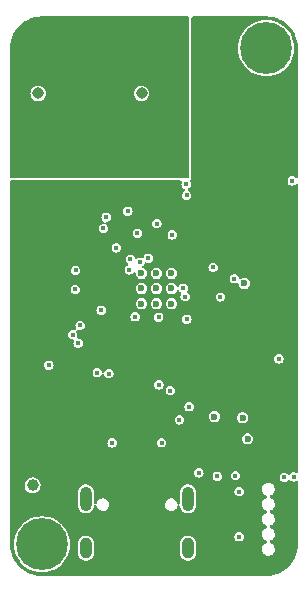
<source format=gbr>
%TF.GenerationSoftware,KiCad,Pcbnew,7.0.2*%
%TF.CreationDate,2023-10-19T19:02:44-04:00*%
%TF.ProjectId,XBee_Joint,58426565-5f4a-46f6-996e-742e6b696361,rev?*%
%TF.SameCoordinates,Original*%
%TF.FileFunction,Copper,L2,Inr*%
%TF.FilePolarity,Positive*%
%FSLAX46Y46*%
G04 Gerber Fmt 4.6, Leading zero omitted, Abs format (unit mm)*
G04 Created by KiCad (PCBNEW 7.0.2) date 2023-10-19 19:02:44*
%MOMM*%
%LPD*%
G01*
G04 APERTURE LIST*
%TA.AperFunction,ComponentPad*%
%ADD10C,4.400000*%
%TD*%
%TA.AperFunction,ComponentPad*%
%ADD11O,1.000000X1.800000*%
%TD*%
%TA.AperFunction,ComponentPad*%
%ADD12O,1.000000X2.100000*%
%TD*%
%TA.AperFunction,ComponentPad*%
%ADD13C,0.600000*%
%TD*%
%TA.AperFunction,ComponentPad*%
%ADD14C,0.970000*%
%TD*%
%TA.AperFunction,ViaPad*%
%ADD15C,0.450000*%
%TD*%
%TA.AperFunction,ViaPad*%
%ADD16C,1.000000*%
%TD*%
%TA.AperFunction,ViaPad*%
%ADD17C,0.600000*%
%TD*%
G04 APERTURE END LIST*
D10*
%TO.N,N/C*%
%TO.C,H2*%
X88290000Y-104970000D03*
%TD*%
%TO.N,N/C*%
%TO.C,H1*%
X69290000Y-146970000D03*
%TD*%
D11*
%TO.N,GND*%
%TO.C,J2*%
X73020000Y-147295000D03*
D12*
X81660000Y-143115000D03*
D11*
X81660000Y-147295000D03*
D12*
X73020000Y-143115000D03*
%TD*%
D13*
%TO.N,GND*%
%TO.C,U1*%
X80260000Y-126585000D03*
X78985000Y-126585000D03*
X77710000Y-126585000D03*
X80260000Y-125310000D03*
X78985000Y-125310000D03*
X77710000Y-125310000D03*
X80260000Y-124035000D03*
X78985000Y-124035000D03*
X77710000Y-124035000D03*
%TD*%
D14*
%TO.N,N/C*%
%TO.C,AE1*%
X77730000Y-108800000D03*
X68970000Y-108800000D03*
%TD*%
D15*
%TO.N,+3V3*%
X75450000Y-118690000D03*
D16*
%TO.N,GND*%
X68500000Y-141980000D03*
D15*
X89358500Y-131270000D03*
X81160000Y-102840000D03*
X81210000Y-103870000D03*
X81260000Y-104990000D03*
X81290000Y-106130000D03*
X81270000Y-107270000D03*
X81270000Y-108640000D03*
X81320000Y-110060000D03*
X81260000Y-111500000D03*
X81240000Y-112880000D03*
X81270000Y-114310000D03*
X81300000Y-115580000D03*
X80110000Y-115630000D03*
X78780000Y-115630000D03*
X77410000Y-115480000D03*
X75970000Y-115670000D03*
X74470000Y-115690000D03*
X72850000Y-115650000D03*
X71180000Y-115650000D03*
X69410000Y-115670000D03*
X68160000Y-115650000D03*
X66930000Y-115630000D03*
X71610000Y-102570000D03*
X71520000Y-103550000D03*
X71520000Y-104450000D03*
X71530000Y-105290000D03*
X71550000Y-106160000D03*
X71570000Y-107020000D03*
X71580000Y-107930000D03*
X72340000Y-108480000D03*
X72410000Y-109370000D03*
X71990000Y-110120000D03*
X71830000Y-111080000D03*
X71830000Y-112070000D03*
X71830000Y-113110000D03*
X71940000Y-114120000D03*
X72560000Y-114590000D03*
X73550000Y-114550000D03*
X74290000Y-114040000D03*
X74360000Y-113000000D03*
X74360000Y-112020000D03*
X74330000Y-111070000D03*
X74330000Y-110080000D03*
X74220000Y-109260000D03*
X74230000Y-108460000D03*
X75130000Y-107790000D03*
X75120000Y-106930000D03*
X75120000Y-106080000D03*
X75110000Y-105230000D03*
X75120000Y-104400000D03*
X75110000Y-103560000D03*
X75030000Y-102610000D03*
X69880000Y-131790000D03*
%TO.N,+3V3*%
X68270000Y-131660000D03*
D16*
X72080000Y-131400000D03*
X70870000Y-141670000D03*
D15*
%TO.N,GND*%
X85680000Y-141160000D03*
X84140000Y-141210000D03*
X82580000Y-140930000D03*
X85990000Y-146330000D03*
X85990000Y-142500000D03*
%TO.N,/RP_SWD*%
X90600000Y-141260000D03*
%TO.N,/RP_SWCLK*%
X89810000Y-141300000D03*
%TO.N,+1V1*%
X77380000Y-120630000D03*
%TO.N,GND*%
X76570000Y-118760000D03*
X79030000Y-119820000D03*
X81500000Y-116470000D03*
X81540000Y-117420000D03*
X90487200Y-116202800D03*
X84400000Y-126030000D03*
%TO.N,+3V3*%
X83760000Y-125300000D03*
X85890000Y-125580000D03*
X83780000Y-128570000D03*
%TO.N,GND*%
X80930000Y-136440000D03*
D17*
%TO.N,VBUS*%
X86720000Y-138040000D03*
X86300000Y-136250000D03*
D15*
%TO.N,GND*%
X79190000Y-133470000D03*
X80160000Y-133960000D03*
X81760000Y-135320000D03*
%TO.N,+3V3*%
X82850000Y-135430000D03*
D17*
%TO.N,GND*%
X83890000Y-136150000D03*
X86420000Y-124880000D03*
D15*
X80330000Y-120770000D03*
%TO.N,+3V3*%
X72390000Y-120330000D03*
%TO.N,GND*%
X74720000Y-119280000D03*
X74490000Y-120220000D03*
%TO.N,Net-(U1-RUN)*%
X75590000Y-121880000D03*
X76790000Y-122830000D03*
%TO.N,/RP_SWD*%
X77570000Y-123090000D03*
%TO.N,/RP_SWCLK*%
X78280000Y-122740000D03*
%TO.N,+1V1*%
X79180000Y-127730000D03*
X77180000Y-127700000D03*
%TO.N,+3V3*%
X73400000Y-130550000D03*
%TO.N,GND*%
X74960000Y-132520000D03*
X73980000Y-132440000D03*
%TO.N,+3V3*%
X73860000Y-131490000D03*
%TO.N,GND*%
X72350000Y-129930000D03*
X72520000Y-128430000D03*
%TO.N,+3V3*%
X73340000Y-127500000D03*
X73290000Y-126180000D03*
%TO.N,GND*%
X85580000Y-124480000D03*
%TO.N,/DRF_DIO1*%
X81421500Y-125990000D03*
%TO.N,/DRF_BUSY*%
X81250000Y-125280000D03*
%TO.N,/DRF_SW*%
X83780000Y-123520000D03*
%TO.N,/DRF_TXEN*%
X81565483Y-127915483D03*
%TO.N,GND*%
X74300000Y-127150000D03*
%TO.N,/DRF_MISO*%
X71900000Y-129220000D03*
%TO.N,/DRF_MOSI*%
X72115000Y-125395000D03*
%TO.N,/DRF_CS*%
X76690000Y-123740000D03*
%TO.N,/DRF_CLK*%
X72140000Y-123770000D03*
%TO.N,GND*%
X79430000Y-138370000D03*
X75230000Y-138390000D03*
%TO.N,+3V3*%
X80950000Y-132765000D03*
%TD*%
%TA.AperFunction,Conductor*%
%TO.N,+3V3*%
G36*
X88293472Y-102270695D02*
G01*
X88585306Y-102287084D01*
X88599103Y-102288638D01*
X88883827Y-102337015D01*
X88897384Y-102340109D01*
X89174899Y-102420060D01*
X89188025Y-102424653D01*
X89454841Y-102535172D01*
X89467355Y-102541198D01*
X89601845Y-102615528D01*
X89720125Y-102680899D01*
X89731899Y-102688297D01*
X89967430Y-102855415D01*
X89978302Y-102864085D01*
X90030672Y-102910886D01*
X90193642Y-103056524D01*
X90203473Y-103066355D01*
X90220422Y-103085321D01*
X90395914Y-103281697D01*
X90404584Y-103292569D01*
X90571702Y-103528100D01*
X90579100Y-103539874D01*
X90718797Y-103792637D01*
X90724830Y-103805165D01*
X90835346Y-104071975D01*
X90839939Y-104085100D01*
X90919890Y-104362615D01*
X90922984Y-104376172D01*
X90971359Y-104660885D01*
X90972916Y-104674703D01*
X90989305Y-104966527D01*
X90989500Y-104973480D01*
X90989500Y-115846415D01*
X90969815Y-115913454D01*
X90917011Y-115959209D01*
X90847853Y-115969153D01*
X90784297Y-115940128D01*
X90777819Y-115934096D01*
X90722568Y-115878845D01*
X90610938Y-115821967D01*
X90487200Y-115802369D01*
X90363461Y-115821967D01*
X90251831Y-115878845D01*
X90163245Y-115967431D01*
X90106367Y-116079061D01*
X90086769Y-116202800D01*
X90106367Y-116326538D01*
X90163245Y-116438168D01*
X90251831Y-116526754D01*
X90251833Y-116526755D01*
X90363460Y-116583632D01*
X90487200Y-116603230D01*
X90610940Y-116583632D01*
X90722567Y-116526755D01*
X90722568Y-116526753D01*
X90777819Y-116471504D01*
X90839142Y-116438019D01*
X90908834Y-116443003D01*
X90964767Y-116484875D01*
X90989184Y-116550339D01*
X90989500Y-116559185D01*
X90989500Y-140812229D01*
X90969815Y-140879268D01*
X90917011Y-140925023D01*
X90847853Y-140934967D01*
X90809206Y-140922714D01*
X90723740Y-140879167D01*
X90600000Y-140859569D01*
X90476261Y-140879167D01*
X90364631Y-140936045D01*
X90272681Y-141027996D01*
X90211358Y-141061481D01*
X90141666Y-141056497D01*
X90097319Y-141027996D01*
X90045368Y-140976045D01*
X89933738Y-140919167D01*
X89810000Y-140899569D01*
X89686261Y-140919167D01*
X89574631Y-140976045D01*
X89486045Y-141064631D01*
X89429167Y-141176261D01*
X89409569Y-141299999D01*
X89429167Y-141423738D01*
X89486045Y-141535368D01*
X89574631Y-141623954D01*
X89574633Y-141623955D01*
X89686260Y-141680832D01*
X89810000Y-141700430D01*
X89933740Y-141680832D01*
X90045367Y-141623955D01*
X90085368Y-141583954D01*
X90137319Y-141532004D01*
X90198642Y-141498519D01*
X90268334Y-141503503D01*
X90312681Y-141532004D01*
X90364631Y-141583954D01*
X90364633Y-141583955D01*
X90476260Y-141640832D01*
X90600000Y-141660430D01*
X90723740Y-141640832D01*
X90809205Y-141597284D01*
X90877874Y-141584389D01*
X90942615Y-141610665D01*
X90982872Y-141667772D01*
X90989500Y-141707770D01*
X90989500Y-146966519D01*
X90989305Y-146973472D01*
X90972916Y-147265296D01*
X90971359Y-147279114D01*
X90922984Y-147563827D01*
X90919890Y-147577384D01*
X90839939Y-147854899D01*
X90835346Y-147868024D01*
X90724830Y-148134834D01*
X90718797Y-148147362D01*
X90579100Y-148400125D01*
X90571702Y-148411899D01*
X90404584Y-148647430D01*
X90395914Y-148658302D01*
X90203475Y-148873642D01*
X90193642Y-148883475D01*
X89978302Y-149075914D01*
X89967430Y-149084584D01*
X89731899Y-149251702D01*
X89720125Y-149259100D01*
X89467362Y-149398797D01*
X89454834Y-149404830D01*
X89188024Y-149515346D01*
X89174899Y-149519939D01*
X88897384Y-149599890D01*
X88883827Y-149602984D01*
X88599114Y-149651359D01*
X88585296Y-149652916D01*
X88293472Y-149669305D01*
X88286519Y-149669500D01*
X69293481Y-149669500D01*
X69286528Y-149669305D01*
X68994703Y-149652916D01*
X68980885Y-149651359D01*
X68696172Y-149602984D01*
X68682615Y-149599890D01*
X68405100Y-149519939D01*
X68391975Y-149515346D01*
X68125165Y-149404830D01*
X68112637Y-149398797D01*
X67859874Y-149259100D01*
X67848100Y-149251702D01*
X67612569Y-149084584D01*
X67601697Y-149075914D01*
X67386357Y-148883475D01*
X67376524Y-148873642D01*
X67361596Y-148856938D01*
X67184085Y-148658302D01*
X67175415Y-148647430D01*
X67008297Y-148411899D01*
X67000899Y-148400125D01*
X66960226Y-148326533D01*
X66861198Y-148147355D01*
X66855172Y-148134841D01*
X66753619Y-147889670D01*
X66744653Y-147868024D01*
X66740060Y-147854899D01*
X66660109Y-147577384D01*
X66657015Y-147563827D01*
X66644991Y-147493057D01*
X66608638Y-147279103D01*
X66607084Y-147265306D01*
X66590695Y-146973472D01*
X66590598Y-146970000D01*
X66914414Y-146970000D01*
X66934737Y-147280076D01*
X66935527Y-147284047D01*
X66935528Y-147284055D01*
X66994567Y-147580863D01*
X66994569Y-147580870D01*
X66995360Y-147584847D01*
X66996660Y-147588678D01*
X66996664Y-147588691D01*
X67086990Y-147854780D01*
X67095245Y-147879097D01*
X67097038Y-147882733D01*
X67097041Y-147882740D01*
X67230886Y-148154153D01*
X67230892Y-148154164D01*
X67232682Y-148157793D01*
X67234933Y-148161162D01*
X67234936Y-148161167D01*
X67403061Y-148412783D01*
X67405321Y-148416165D01*
X67407996Y-148419215D01*
X67408002Y-148419223D01*
X67452929Y-148470452D01*
X67610207Y-148649793D01*
X67613255Y-148652466D01*
X67840776Y-148851997D01*
X67840782Y-148852001D01*
X67843835Y-148854679D01*
X68102207Y-149027318D01*
X68105840Y-149029109D01*
X68105846Y-149029113D01*
X68377259Y-149162958D01*
X68380903Y-149164755D01*
X68592195Y-149236479D01*
X68671308Y-149263335D01*
X68671310Y-149263335D01*
X68675153Y-149264640D01*
X68979924Y-149325263D01*
X69290000Y-149345586D01*
X69600076Y-149325263D01*
X69904847Y-149264640D01*
X70199097Y-149164755D01*
X70477793Y-149027318D01*
X70736165Y-148854679D01*
X70969793Y-148649793D01*
X71174679Y-148416165D01*
X71347318Y-148157793D01*
X71484755Y-147879097D01*
X71533480Y-147735560D01*
X72349500Y-147735560D01*
X72349950Y-147739268D01*
X72349951Y-147739280D01*
X72364202Y-147856640D01*
X72421941Y-148008886D01*
X72514437Y-148142891D01*
X72636312Y-148250862D01*
X72636313Y-148250862D01*
X72636315Y-148250864D01*
X72780491Y-148326533D01*
X72938587Y-148365500D01*
X72938588Y-148365500D01*
X73101412Y-148365500D01*
X73101413Y-148365500D01*
X73259509Y-148326533D01*
X73403685Y-148250864D01*
X73484936Y-148178881D01*
X73525562Y-148142891D01*
X73526682Y-148141269D01*
X73618059Y-148008886D01*
X73675798Y-147856640D01*
X73690500Y-147735560D01*
X80989500Y-147735560D01*
X80989950Y-147739268D01*
X80989951Y-147739280D01*
X81004202Y-147856640D01*
X81061941Y-148008886D01*
X81154437Y-148142891D01*
X81276312Y-148250862D01*
X81276313Y-148250862D01*
X81276315Y-148250864D01*
X81420491Y-148326533D01*
X81578587Y-148365500D01*
X81578588Y-148365500D01*
X81741412Y-148365500D01*
X81741413Y-148365500D01*
X81899509Y-148326533D01*
X82043685Y-148250864D01*
X82124936Y-148178881D01*
X82165562Y-148142891D01*
X82166682Y-148141269D01*
X82258059Y-148008886D01*
X82315798Y-147856640D01*
X82330500Y-147735560D01*
X82330500Y-147417922D01*
X87900118Y-147417922D01*
X87930907Y-147566083D01*
X87930907Y-147566084D01*
X87930908Y-147566085D01*
X88000529Y-147700447D01*
X88036797Y-147739280D01*
X88103821Y-147811045D01*
X88127434Y-147825404D01*
X88233118Y-147889672D01*
X88378835Y-147930500D01*
X88378837Y-147930500D01*
X88487921Y-147930500D01*
X88492158Y-147930500D01*
X88604420Y-147915070D01*
X88743220Y-147854780D01*
X88860608Y-147759278D01*
X88947877Y-147635647D01*
X88998554Y-147493056D01*
X89008881Y-147342079D01*
X88996823Y-147284055D01*
X88978092Y-147193916D01*
X88978092Y-147193915D01*
X88908471Y-147059553D01*
X88805180Y-146948956D01*
X88805179Y-146948955D01*
X88805178Y-146948954D01*
X88718981Y-146896537D01*
X88675882Y-146870328D01*
X88653157Y-146863960D01*
X88593916Y-146826920D01*
X88564105Y-146763729D01*
X88573189Y-146694453D01*
X88618285Y-146641085D01*
X88637209Y-146630827D01*
X88743220Y-146584780D01*
X88860608Y-146489278D01*
X88947877Y-146365647D01*
X88998554Y-146223056D01*
X89008881Y-146072079D01*
X89005801Y-146057259D01*
X88978092Y-145923916D01*
X88978092Y-145923915D01*
X88908471Y-145789553D01*
X88805180Y-145678956D01*
X88805179Y-145678955D01*
X88805178Y-145678954D01*
X88718981Y-145626537D01*
X88675882Y-145600328D01*
X88653157Y-145593960D01*
X88593916Y-145556920D01*
X88564105Y-145493729D01*
X88573189Y-145424453D01*
X88618285Y-145371085D01*
X88637209Y-145360827D01*
X88743220Y-145314780D01*
X88860608Y-145219278D01*
X88947877Y-145095647D01*
X88998554Y-144953056D01*
X89008881Y-144802079D01*
X89003033Y-144773939D01*
X88982548Y-144675360D01*
X88978092Y-144653915D01*
X88908471Y-144519553D01*
X88805180Y-144408956D01*
X88805179Y-144408955D01*
X88805178Y-144408954D01*
X88718981Y-144356537D01*
X88675882Y-144330328D01*
X88653157Y-144323960D01*
X88593916Y-144286920D01*
X88564105Y-144223729D01*
X88573189Y-144154453D01*
X88618285Y-144101085D01*
X88637209Y-144090827D01*
X88743220Y-144044780D01*
X88860608Y-143949278D01*
X88947877Y-143825647D01*
X88998554Y-143683056D01*
X89008881Y-143532079D01*
X89003686Y-143507081D01*
X88978092Y-143383916D01*
X88978092Y-143383915D01*
X88908471Y-143249553D01*
X88805180Y-143138956D01*
X88805179Y-143138955D01*
X88805178Y-143138954D01*
X88718981Y-143086537D01*
X88675882Y-143060328D01*
X88653157Y-143053960D01*
X88593916Y-143016920D01*
X88564105Y-142953729D01*
X88573189Y-142884453D01*
X88618285Y-142831085D01*
X88637209Y-142820827D01*
X88743220Y-142774780D01*
X88860608Y-142679278D01*
X88947877Y-142555647D01*
X88960291Y-142520719D01*
X88972600Y-142486083D01*
X88998554Y-142413056D01*
X89008881Y-142262079D01*
X89006602Y-142251114D01*
X88983853Y-142141640D01*
X88978092Y-142113915D01*
X88908471Y-141979553D01*
X88805180Y-141868956D01*
X88805179Y-141868955D01*
X88805178Y-141868954D01*
X88718981Y-141816537D01*
X88675882Y-141790328D01*
X88530165Y-141749500D01*
X88416842Y-141749500D01*
X88412658Y-141750075D01*
X88412644Y-141750076D01*
X88304579Y-141764930D01*
X88165780Y-141825219D01*
X88048392Y-141920721D01*
X87961121Y-142044354D01*
X87910446Y-142186942D01*
X87900118Y-142337922D01*
X87930907Y-142486083D01*
X87930907Y-142486084D01*
X87930908Y-142486085D01*
X88000529Y-142620447D01*
X88028597Y-142650500D01*
X88103821Y-142731045D01*
X88168468Y-142770358D01*
X88233118Y-142809672D01*
X88255840Y-142816038D01*
X88315081Y-142853078D01*
X88344894Y-142916268D01*
X88335811Y-142985544D01*
X88290716Y-143038913D01*
X88271788Y-143049173D01*
X88165779Y-143095220D01*
X88048392Y-143190721D01*
X87961121Y-143314354D01*
X87910446Y-143456942D01*
X87900118Y-143607922D01*
X87930907Y-143756083D01*
X87930907Y-143756084D01*
X87930908Y-143756085D01*
X88000529Y-143890447D01*
X88028966Y-143920895D01*
X88103821Y-144001045D01*
X88168468Y-144040357D01*
X88233118Y-144079672D01*
X88255840Y-144086038D01*
X88315081Y-144123078D01*
X88344894Y-144186268D01*
X88335811Y-144255544D01*
X88290716Y-144308913D01*
X88271788Y-144319173D01*
X88165779Y-144365220D01*
X88048392Y-144460721D01*
X87961121Y-144584354D01*
X87910446Y-144726942D01*
X87900118Y-144877922D01*
X87930907Y-145026083D01*
X87930907Y-145026084D01*
X87930908Y-145026085D01*
X88000529Y-145160447D01*
X88055474Y-145219278D01*
X88103821Y-145271045D01*
X88130935Y-145287533D01*
X88233118Y-145349672D01*
X88255840Y-145356038D01*
X88315081Y-145393078D01*
X88344894Y-145456268D01*
X88335811Y-145525544D01*
X88290716Y-145578913D01*
X88271788Y-145589173D01*
X88165779Y-145635220D01*
X88048392Y-145730721D01*
X87961121Y-145854354D01*
X87910446Y-145996942D01*
X87900118Y-146147922D01*
X87930907Y-146296083D01*
X87930907Y-146296084D01*
X87930908Y-146296085D01*
X88000529Y-146430447D01*
X88055474Y-146489278D01*
X88103821Y-146541045D01*
X88143817Y-146565367D01*
X88233118Y-146619672D01*
X88255840Y-146626038D01*
X88315081Y-146663078D01*
X88344894Y-146726268D01*
X88335811Y-146795544D01*
X88290716Y-146848913D01*
X88271788Y-146859173D01*
X88165779Y-146905220D01*
X88048392Y-147000721D01*
X87961121Y-147124354D01*
X87910446Y-147266942D01*
X87900118Y-147417922D01*
X82330500Y-147417922D01*
X82330500Y-146854440D01*
X82315798Y-146733360D01*
X82258059Y-146581114D01*
X82216550Y-146520977D01*
X82165562Y-146447108D01*
X82043687Y-146339137D01*
X82026278Y-146330000D01*
X85589569Y-146330000D01*
X85609167Y-146453738D01*
X85666045Y-146565368D01*
X85754631Y-146653954D01*
X85754633Y-146653955D01*
X85866260Y-146710832D01*
X85928129Y-146720630D01*
X85989999Y-146730430D01*
X85989999Y-146730429D01*
X85990000Y-146730430D01*
X86113740Y-146710832D01*
X86225367Y-146653955D01*
X86313955Y-146565367D01*
X86370832Y-146453740D01*
X86390430Y-146330000D01*
X86370832Y-146206260D01*
X86313955Y-146094633D01*
X86313954Y-146094631D01*
X86225368Y-146006045D01*
X86113738Y-145949167D01*
X85989999Y-145929569D01*
X85866261Y-145949167D01*
X85754631Y-146006045D01*
X85666045Y-146094631D01*
X85609167Y-146206261D01*
X85589569Y-146330000D01*
X82026278Y-146330000D01*
X81899507Y-146263466D01*
X81793124Y-146237245D01*
X81741413Y-146224500D01*
X81578587Y-146224500D01*
X81539621Y-146234104D01*
X81420492Y-146263466D01*
X81276312Y-146339137D01*
X81154437Y-146447108D01*
X81061941Y-146581113D01*
X81004202Y-146733359D01*
X80989951Y-146850719D01*
X80989950Y-146850732D01*
X80989500Y-146854440D01*
X80989500Y-147735560D01*
X73690500Y-147735560D01*
X73690500Y-146854440D01*
X73675798Y-146733360D01*
X73618059Y-146581114D01*
X73576549Y-146520977D01*
X73525562Y-146447108D01*
X73403687Y-146339137D01*
X73259507Y-146263466D01*
X73153124Y-146237245D01*
X73101413Y-146224500D01*
X72938587Y-146224500D01*
X72899621Y-146234104D01*
X72780492Y-146263466D01*
X72636312Y-146339137D01*
X72514437Y-146447108D01*
X72421941Y-146581113D01*
X72364202Y-146733359D01*
X72349951Y-146850719D01*
X72349950Y-146850732D01*
X72349500Y-146854440D01*
X72349500Y-147735560D01*
X71533480Y-147735560D01*
X71584640Y-147584847D01*
X71645263Y-147280076D01*
X71665586Y-146970000D01*
X71645263Y-146659924D01*
X71584640Y-146355153D01*
X71484755Y-146060903D01*
X71417201Y-145923916D01*
X71349113Y-145785846D01*
X71349109Y-145785840D01*
X71347318Y-145782207D01*
X71174679Y-145523835D01*
X71172001Y-145520782D01*
X71171997Y-145520776D01*
X70972466Y-145293255D01*
X70969793Y-145290207D01*
X70888914Y-145219278D01*
X70739223Y-145088002D01*
X70739215Y-145087996D01*
X70736165Y-145085321D01*
X70732783Y-145083061D01*
X70481167Y-144914936D01*
X70481162Y-144914933D01*
X70477793Y-144912682D01*
X70474164Y-144910892D01*
X70474153Y-144910886D01*
X70202740Y-144777041D01*
X70202733Y-144777038D01*
X70199097Y-144775245D01*
X70195250Y-144773939D01*
X69908691Y-144676664D01*
X69908678Y-144676660D01*
X69904847Y-144675360D01*
X69900870Y-144674569D01*
X69900863Y-144674567D01*
X69604055Y-144615528D01*
X69604047Y-144615527D01*
X69600076Y-144614737D01*
X69290000Y-144594414D01*
X69285957Y-144594679D01*
X68983966Y-144614472D01*
X68983964Y-144614472D01*
X68979924Y-144614737D01*
X68975954Y-144615526D01*
X68975944Y-144615528D01*
X68679136Y-144674567D01*
X68679125Y-144674569D01*
X68675153Y-144675360D01*
X68671324Y-144676659D01*
X68671308Y-144676664D01*
X68384749Y-144773939D01*
X68384742Y-144773941D01*
X68380903Y-144775245D01*
X68377271Y-144777035D01*
X68377259Y-144777041D01*
X68105846Y-144910886D01*
X68105828Y-144910895D01*
X68102207Y-144912682D01*
X68098844Y-144914928D01*
X68098832Y-144914936D01*
X67847216Y-145083061D01*
X67847207Y-145083067D01*
X67843835Y-145085321D01*
X67840791Y-145087990D01*
X67840776Y-145088002D01*
X67613255Y-145287533D01*
X67613247Y-145287540D01*
X67610207Y-145290207D01*
X67607540Y-145293247D01*
X67607533Y-145293255D01*
X67408002Y-145520776D01*
X67407990Y-145520791D01*
X67405321Y-145523835D01*
X67403067Y-145527207D01*
X67403061Y-145527216D01*
X67234936Y-145778832D01*
X67234928Y-145778844D01*
X67232682Y-145782207D01*
X67230895Y-145785828D01*
X67230886Y-145785846D01*
X67097041Y-146057259D01*
X67097035Y-146057271D01*
X67095245Y-146060903D01*
X67093941Y-146064742D01*
X67093939Y-146064749D01*
X66996664Y-146351308D01*
X66996659Y-146351324D01*
X66995360Y-146355153D01*
X66994569Y-146359125D01*
X66994567Y-146359136D01*
X66935528Y-146655944D01*
X66935526Y-146655954D01*
X66934737Y-146659924D01*
X66914414Y-146970000D01*
X66590598Y-146970000D01*
X66590500Y-146966519D01*
X66590500Y-146871051D01*
X66590499Y-146871042D01*
X66590499Y-143705560D01*
X72349500Y-143705560D01*
X72349950Y-143709268D01*
X72349951Y-143709280D01*
X72364202Y-143826640D01*
X72421941Y-143978886D01*
X72514437Y-144112891D01*
X72636312Y-144220862D01*
X72636313Y-144220862D01*
X72636315Y-144220864D01*
X72780491Y-144296533D01*
X72938587Y-144335500D01*
X72938588Y-144335500D01*
X73101412Y-144335500D01*
X73101413Y-144335500D01*
X73259509Y-144296533D01*
X73403685Y-144220864D01*
X73511023Y-144125771D01*
X73525562Y-144112891D01*
X73525563Y-144112890D01*
X73618059Y-143978886D01*
X73675798Y-143826640D01*
X73688638Y-143720888D01*
X73716260Y-143656712D01*
X73774194Y-143617655D01*
X73844047Y-143616120D01*
X73903640Y-143652594D01*
X73933140Y-143710607D01*
X73942591Y-143756085D01*
X73950186Y-143792634D01*
X73967291Y-143825645D01*
X74016646Y-143920896D01*
X74115244Y-144026469D01*
X74238670Y-144101526D01*
X74377772Y-144140500D01*
X74481712Y-144140500D01*
X74485949Y-144140500D01*
X74593111Y-144125771D01*
X74725609Y-144068219D01*
X74837665Y-143977054D01*
X74920971Y-143859037D01*
X74969346Y-143722921D01*
X74974252Y-143651199D01*
X79700796Y-143651199D01*
X79701942Y-143656712D01*
X79730186Y-143792634D01*
X79796646Y-143920896D01*
X79895244Y-144026469D01*
X80018670Y-144101526D01*
X80157772Y-144140500D01*
X80261712Y-144140500D01*
X80265949Y-144140500D01*
X80373111Y-144125771D01*
X80505609Y-144068219D01*
X80617665Y-143977054D01*
X80700971Y-143859037D01*
X80749346Y-143722921D01*
X80749346Y-143722918D01*
X80753484Y-143711276D01*
X80794482Y-143654699D01*
X80859560Y-143629268D01*
X80928055Y-143643058D01*
X80978221Y-143691691D01*
X80993421Y-143737853D01*
X81004202Y-143826640D01*
X81061941Y-143978886D01*
X81154437Y-144112891D01*
X81276312Y-144220862D01*
X81276313Y-144220862D01*
X81276315Y-144220864D01*
X81420491Y-144296533D01*
X81578587Y-144335500D01*
X81578588Y-144335500D01*
X81741412Y-144335500D01*
X81741413Y-144335500D01*
X81899509Y-144296533D01*
X82043685Y-144220864D01*
X82151023Y-144125771D01*
X82165562Y-144112891D01*
X82165563Y-144112890D01*
X82258059Y-143978886D01*
X82315798Y-143826640D01*
X82330500Y-143705560D01*
X82330500Y-142524440D01*
X82327532Y-142499999D01*
X85589569Y-142499999D01*
X85609167Y-142623738D01*
X85666045Y-142735368D01*
X85754631Y-142823954D01*
X85754633Y-142823955D01*
X85866260Y-142880832D01*
X85889123Y-142884453D01*
X85989999Y-142900430D01*
X85989999Y-142900429D01*
X85990000Y-142900430D01*
X86113740Y-142880832D01*
X86225367Y-142823955D01*
X86313955Y-142735367D01*
X86370832Y-142623740D01*
X86390430Y-142500000D01*
X86370832Y-142376260D01*
X86313955Y-142264633D01*
X86313954Y-142264631D01*
X86225368Y-142176045D01*
X86113738Y-142119167D01*
X85989999Y-142099569D01*
X85866261Y-142119167D01*
X85754631Y-142176045D01*
X85666045Y-142264631D01*
X85609167Y-142376261D01*
X85589569Y-142499999D01*
X82327532Y-142499999D01*
X82315798Y-142403360D01*
X82258059Y-142251114D01*
X82165563Y-142117110D01*
X82165562Y-142117108D01*
X82043687Y-142009137D01*
X81899507Y-141933466D01*
X81793124Y-141907245D01*
X81741413Y-141894500D01*
X81578587Y-141894500D01*
X81539621Y-141904104D01*
X81420492Y-141933466D01*
X81276312Y-142009137D01*
X81154437Y-142117108D01*
X81061941Y-142251113D01*
X81004202Y-142403359D01*
X80989951Y-142520719D01*
X80989950Y-142520732D01*
X80989500Y-142524440D01*
X80989500Y-142528188D01*
X80989500Y-142528189D01*
X80989500Y-143480855D01*
X80969815Y-143547894D01*
X80917011Y-143593649D01*
X80847853Y-143603593D01*
X80784297Y-143574568D01*
X80746523Y-143515790D01*
X80744094Y-143506083D01*
X80729815Y-143437368D01*
X80663353Y-143309103D01*
X80564755Y-143203530D01*
X80441329Y-143128473D01*
X80302228Y-143089500D01*
X80194051Y-143089500D01*
X80189867Y-143090075D01*
X80189853Y-143090076D01*
X80086889Y-143104229D01*
X79954391Y-143161781D01*
X79842333Y-143252946D01*
X79759030Y-143370960D01*
X79710653Y-143507081D01*
X79704732Y-143593649D01*
X79700796Y-143651199D01*
X74974252Y-143651199D01*
X74979204Y-143578801D01*
X74949814Y-143437366D01*
X74883354Y-143309105D01*
X74883353Y-143309103D01*
X74784755Y-143203530D01*
X74661329Y-143128473D01*
X74522228Y-143089500D01*
X74414051Y-143089500D01*
X74409867Y-143090075D01*
X74409853Y-143090076D01*
X74306889Y-143104229D01*
X74174391Y-143161781D01*
X74062333Y-143252946D01*
X73979028Y-143370962D01*
X73931340Y-143505147D01*
X73890342Y-143561724D01*
X73825265Y-143587154D01*
X73756770Y-143573364D01*
X73706603Y-143524731D01*
X73690500Y-143463622D01*
X73690500Y-142528189D01*
X73690500Y-142524440D01*
X73675798Y-142403360D01*
X73618059Y-142251114D01*
X73525563Y-142117110D01*
X73525562Y-142117108D01*
X73403687Y-142009137D01*
X73259507Y-141933466D01*
X73153124Y-141907245D01*
X73101413Y-141894500D01*
X72938587Y-141894500D01*
X72899621Y-141904104D01*
X72780492Y-141933466D01*
X72636312Y-142009137D01*
X72514437Y-142117108D01*
X72421941Y-142251113D01*
X72364202Y-142403359D01*
X72349951Y-142520719D01*
X72349950Y-142520732D01*
X72349500Y-142524440D01*
X72349500Y-143705560D01*
X66590499Y-143705560D01*
X66590499Y-141980000D01*
X67824574Y-141980000D01*
X67844202Y-142141640D01*
X67901941Y-142293886D01*
X67994437Y-142427891D01*
X68116312Y-142535862D01*
X68116313Y-142535862D01*
X68116315Y-142535864D01*
X68260491Y-142611533D01*
X68418587Y-142650500D01*
X68418588Y-142650500D01*
X68581412Y-142650500D01*
X68581413Y-142650500D01*
X68739509Y-142611533D01*
X68883685Y-142535864D01*
X69005563Y-142427890D01*
X69098059Y-142293886D01*
X69155798Y-142141640D01*
X69175425Y-141980000D01*
X69155798Y-141818360D01*
X69098059Y-141666114D01*
X69046096Y-141590832D01*
X69005562Y-141532108D01*
X68883687Y-141424137D01*
X68739507Y-141348466D01*
X68633124Y-141322245D01*
X68581413Y-141309500D01*
X68418587Y-141309500D01*
X68379621Y-141319104D01*
X68260492Y-141348466D01*
X68116312Y-141424137D01*
X67994437Y-141532108D01*
X67901941Y-141666113D01*
X67844202Y-141818359D01*
X67824574Y-141980000D01*
X66590499Y-141980000D01*
X66590499Y-140930000D01*
X82179569Y-140930000D01*
X82199167Y-141053738D01*
X82256045Y-141165368D01*
X82344631Y-141253954D01*
X82344633Y-141253955D01*
X82456260Y-141310832D01*
X82580000Y-141330430D01*
X82703740Y-141310832D01*
X82815367Y-141253955D01*
X82859322Y-141210000D01*
X83739569Y-141210000D01*
X83759167Y-141333738D01*
X83816045Y-141445368D01*
X83904631Y-141533954D01*
X83904633Y-141533955D01*
X84016260Y-141590832D01*
X84140000Y-141610430D01*
X84263740Y-141590832D01*
X84375367Y-141533955D01*
X84463955Y-141445367D01*
X84520832Y-141333740D01*
X84540430Y-141210000D01*
X84532511Y-141160000D01*
X85279569Y-141160000D01*
X85299167Y-141283738D01*
X85356045Y-141395368D01*
X85444631Y-141483954D01*
X85444633Y-141483955D01*
X85556260Y-141540832D01*
X85680000Y-141560430D01*
X85803740Y-141540832D01*
X85915367Y-141483955D01*
X86003955Y-141395367D01*
X86060832Y-141283740D01*
X86080430Y-141160000D01*
X86060832Y-141036260D01*
X86003955Y-140924633D01*
X86003954Y-140924631D01*
X85915368Y-140836045D01*
X85803738Y-140779167D01*
X85680000Y-140759569D01*
X85556261Y-140779167D01*
X85444631Y-140836045D01*
X85356045Y-140924631D01*
X85299167Y-141036261D01*
X85279569Y-141160000D01*
X84532511Y-141160000D01*
X84520832Y-141086260D01*
X84463955Y-140974633D01*
X84463954Y-140974631D01*
X84375368Y-140886045D01*
X84263738Y-140829167D01*
X84140000Y-140809569D01*
X84016261Y-140829167D01*
X83904631Y-140886045D01*
X83816045Y-140974631D01*
X83759167Y-141086261D01*
X83739569Y-141210000D01*
X82859322Y-141210000D01*
X82903955Y-141165367D01*
X82960832Y-141053740D01*
X82980430Y-140930000D01*
X82960832Y-140806260D01*
X82903955Y-140694633D01*
X82903954Y-140694631D01*
X82815368Y-140606045D01*
X82703738Y-140549167D01*
X82580000Y-140529569D01*
X82456261Y-140549167D01*
X82344631Y-140606045D01*
X82256045Y-140694631D01*
X82199167Y-140806261D01*
X82179569Y-140930000D01*
X66590499Y-140930000D01*
X66590499Y-138390000D01*
X74829569Y-138390000D01*
X74849167Y-138513738D01*
X74906045Y-138625368D01*
X74994631Y-138713954D01*
X74994633Y-138713955D01*
X75106260Y-138770832D01*
X75168129Y-138780630D01*
X75229999Y-138790430D01*
X75229999Y-138790429D01*
X75230000Y-138790430D01*
X75353740Y-138770832D01*
X75465367Y-138713955D01*
X75553955Y-138625367D01*
X75610832Y-138513740D01*
X75630430Y-138390000D01*
X75627262Y-138370000D01*
X79029569Y-138370000D01*
X79049167Y-138493738D01*
X79106045Y-138605368D01*
X79194631Y-138693954D01*
X79194633Y-138693955D01*
X79306260Y-138750832D01*
X79368129Y-138760630D01*
X79429999Y-138770430D01*
X79429999Y-138770429D01*
X79430000Y-138770430D01*
X79553740Y-138750832D01*
X79665367Y-138693955D01*
X79753955Y-138605367D01*
X79810832Y-138493740D01*
X79830430Y-138370000D01*
X79810832Y-138246260D01*
X79753955Y-138134633D01*
X79753954Y-138134631D01*
X79665368Y-138046045D01*
X79653504Y-138040000D01*
X86244662Y-138040000D01*
X86263917Y-138173920D01*
X86320118Y-138296984D01*
X86320119Y-138296985D01*
X86320120Y-138296987D01*
X86408720Y-138399236D01*
X86522537Y-138472383D01*
X86652352Y-138510500D01*
X86787648Y-138510500D01*
X86917463Y-138472383D01*
X87031280Y-138399236D01*
X87119880Y-138296987D01*
X87176083Y-138173918D01*
X87195338Y-138040000D01*
X87176083Y-137906082D01*
X87119880Y-137783013D01*
X87031280Y-137680764D01*
X87031279Y-137680763D01*
X86917463Y-137607617D01*
X86787648Y-137569500D01*
X86652352Y-137569500D01*
X86522536Y-137607617D01*
X86408720Y-137680763D01*
X86320118Y-137783015D01*
X86263917Y-137906079D01*
X86244662Y-138040000D01*
X79653504Y-138040000D01*
X79553738Y-137989167D01*
X79429999Y-137969569D01*
X79306261Y-137989167D01*
X79194631Y-138046045D01*
X79106045Y-138134631D01*
X79049167Y-138246261D01*
X79029569Y-138370000D01*
X75627262Y-138370000D01*
X75610832Y-138266260D01*
X75553955Y-138154633D01*
X75553954Y-138154631D01*
X75465368Y-138066045D01*
X75353738Y-138009167D01*
X75229999Y-137989569D01*
X75106261Y-138009167D01*
X74994631Y-138066045D01*
X74906045Y-138154631D01*
X74849167Y-138266261D01*
X74829569Y-138390000D01*
X66590499Y-138390000D01*
X66590499Y-136440000D01*
X80529569Y-136440000D01*
X80549167Y-136563738D01*
X80606045Y-136675368D01*
X80694631Y-136763954D01*
X80694633Y-136763955D01*
X80806260Y-136820832D01*
X80930000Y-136840430D01*
X81053740Y-136820832D01*
X81165367Y-136763955D01*
X81253955Y-136675367D01*
X81310832Y-136563740D01*
X81330430Y-136440000D01*
X81310832Y-136316260D01*
X81253955Y-136204633D01*
X81253954Y-136204631D01*
X81199323Y-136150000D01*
X83414662Y-136150000D01*
X83433917Y-136283920D01*
X83490118Y-136406984D01*
X83490119Y-136406985D01*
X83490120Y-136406987D01*
X83578720Y-136509236D01*
X83692537Y-136582383D01*
X83822352Y-136620500D01*
X83957648Y-136620500D01*
X84087463Y-136582383D01*
X84201280Y-136509236D01*
X84289880Y-136406987D01*
X84346083Y-136283918D01*
X84350960Y-136250000D01*
X85824662Y-136250000D01*
X85843917Y-136383920D01*
X85900118Y-136506984D01*
X85900119Y-136506985D01*
X85900120Y-136506987D01*
X85988720Y-136609236D01*
X86102537Y-136682383D01*
X86232352Y-136720500D01*
X86367648Y-136720500D01*
X86497463Y-136682383D01*
X86611280Y-136609236D01*
X86699880Y-136506987D01*
X86756083Y-136383918D01*
X86775338Y-136250000D01*
X86756083Y-136116082D01*
X86699880Y-135993013D01*
X86611280Y-135890764D01*
X86611279Y-135890763D01*
X86497463Y-135817617D01*
X86367648Y-135779500D01*
X86232352Y-135779500D01*
X86102536Y-135817617D01*
X85988720Y-135890763D01*
X85900118Y-135993015D01*
X85843917Y-136116079D01*
X85824662Y-136250000D01*
X84350960Y-136250000D01*
X84365338Y-136150000D01*
X84346083Y-136016082D01*
X84289880Y-135893013D01*
X84201280Y-135790764D01*
X84201279Y-135790763D01*
X84087463Y-135717617D01*
X83957648Y-135679500D01*
X83822352Y-135679500D01*
X83692536Y-135717617D01*
X83578720Y-135790763D01*
X83490118Y-135893015D01*
X83433917Y-136016079D01*
X83414662Y-136150000D01*
X81199323Y-136150000D01*
X81165368Y-136116045D01*
X81053738Y-136059167D01*
X80930000Y-136039569D01*
X80806261Y-136059167D01*
X80694631Y-136116045D01*
X80606045Y-136204631D01*
X80549167Y-136316261D01*
X80529569Y-136440000D01*
X66590499Y-136440000D01*
X66590499Y-135320000D01*
X81359569Y-135320000D01*
X81379167Y-135443738D01*
X81436045Y-135555368D01*
X81524631Y-135643954D01*
X81524633Y-135643955D01*
X81636260Y-135700832D01*
X81760000Y-135720430D01*
X81883740Y-135700832D01*
X81995367Y-135643955D01*
X82083955Y-135555367D01*
X82140832Y-135443740D01*
X82160430Y-135320000D01*
X82140832Y-135196260D01*
X82083955Y-135084633D01*
X82083954Y-135084631D01*
X81995368Y-134996045D01*
X81883738Y-134939167D01*
X81760000Y-134919569D01*
X81636261Y-134939167D01*
X81524631Y-134996045D01*
X81436045Y-135084631D01*
X81379167Y-135196261D01*
X81359569Y-135320000D01*
X66590499Y-135320000D01*
X66590499Y-133960000D01*
X79759569Y-133960000D01*
X79779167Y-134083738D01*
X79836045Y-134195368D01*
X79924631Y-134283954D01*
X79924633Y-134283955D01*
X80036260Y-134340832D01*
X80160000Y-134360430D01*
X80283740Y-134340832D01*
X80395367Y-134283955D01*
X80483955Y-134195367D01*
X80540832Y-134083740D01*
X80560430Y-133960000D01*
X80540832Y-133836260D01*
X80483955Y-133724633D01*
X80483954Y-133724631D01*
X80395368Y-133636045D01*
X80283738Y-133579167D01*
X80160000Y-133559569D01*
X80036261Y-133579167D01*
X79924631Y-133636045D01*
X79836045Y-133724631D01*
X79779167Y-133836261D01*
X79759569Y-133960000D01*
X66590499Y-133960000D01*
X66590499Y-133470000D01*
X78789569Y-133470000D01*
X78809167Y-133593738D01*
X78866045Y-133705368D01*
X78954631Y-133793954D01*
X78954633Y-133793955D01*
X79066260Y-133850832D01*
X79128129Y-133860630D01*
X79189999Y-133870430D01*
X79189999Y-133870429D01*
X79190000Y-133870430D01*
X79313740Y-133850832D01*
X79425367Y-133793955D01*
X79513955Y-133705367D01*
X79570832Y-133593740D01*
X79590430Y-133470000D01*
X79570832Y-133346260D01*
X79513955Y-133234633D01*
X79513954Y-133234631D01*
X79425368Y-133146045D01*
X79313738Y-133089167D01*
X79189999Y-133069569D01*
X79066261Y-133089167D01*
X78954631Y-133146045D01*
X78866045Y-133234631D01*
X78809167Y-133346261D01*
X78789569Y-133470000D01*
X66590499Y-133470000D01*
X66590499Y-132440000D01*
X73579569Y-132440000D01*
X73599167Y-132563738D01*
X73656045Y-132675368D01*
X73744631Y-132763954D01*
X73744633Y-132763955D01*
X73856260Y-132820832D01*
X73980000Y-132840430D01*
X74103740Y-132820832D01*
X74215367Y-132763955D01*
X74303955Y-132675367D01*
X74344469Y-132595853D01*
X74392443Y-132545057D01*
X74460264Y-132528262D01*
X74526399Y-132550799D01*
X74569851Y-132605514D01*
X74577427Y-132632750D01*
X74579167Y-132643738D01*
X74636045Y-132755368D01*
X74724631Y-132843954D01*
X74724633Y-132843955D01*
X74836260Y-132900832D01*
X74960000Y-132920430D01*
X75083740Y-132900832D01*
X75195367Y-132843955D01*
X75283955Y-132755367D01*
X75340832Y-132643740D01*
X75360430Y-132520000D01*
X75340832Y-132396260D01*
X75283955Y-132284633D01*
X75283954Y-132284631D01*
X75195368Y-132196045D01*
X75083738Y-132139167D01*
X74960000Y-132119569D01*
X74836261Y-132139167D01*
X74724631Y-132196045D01*
X74636044Y-132284632D01*
X74595529Y-132364147D01*
X74547555Y-132414942D01*
X74479734Y-132431737D01*
X74413599Y-132409199D01*
X74370148Y-132354484D01*
X74362573Y-132327254D01*
X74360832Y-132316260D01*
X74303955Y-132204633D01*
X74303954Y-132204631D01*
X74215368Y-132116045D01*
X74103738Y-132059167D01*
X73980000Y-132039569D01*
X73856261Y-132059167D01*
X73744631Y-132116045D01*
X73656045Y-132204631D01*
X73599167Y-132316261D01*
X73579569Y-132440000D01*
X66590499Y-132440000D01*
X66590499Y-131790000D01*
X69479569Y-131790000D01*
X69499167Y-131913738D01*
X69556045Y-132025368D01*
X69644631Y-132113954D01*
X69644633Y-132113955D01*
X69756260Y-132170832D01*
X69880000Y-132190430D01*
X70003740Y-132170832D01*
X70115367Y-132113955D01*
X70203955Y-132025367D01*
X70260832Y-131913740D01*
X70280430Y-131790000D01*
X70260832Y-131666260D01*
X70203955Y-131554633D01*
X70203954Y-131554631D01*
X70115368Y-131466045D01*
X70003738Y-131409167D01*
X69880000Y-131389569D01*
X69756261Y-131409167D01*
X69644631Y-131466045D01*
X69556045Y-131554631D01*
X69499167Y-131666261D01*
X69479569Y-131790000D01*
X66590499Y-131790000D01*
X66590499Y-131270000D01*
X88958069Y-131270000D01*
X88977667Y-131393738D01*
X89034545Y-131505368D01*
X89123131Y-131593954D01*
X89123133Y-131593955D01*
X89234760Y-131650832D01*
X89358500Y-131670430D01*
X89482240Y-131650832D01*
X89593867Y-131593955D01*
X89682455Y-131505367D01*
X89739332Y-131393740D01*
X89758930Y-131270000D01*
X89739332Y-131146260D01*
X89682455Y-131034633D01*
X89682454Y-131034631D01*
X89593868Y-130946045D01*
X89482238Y-130889167D01*
X89358500Y-130869569D01*
X89234761Y-130889167D01*
X89123131Y-130946045D01*
X89034545Y-131034631D01*
X88977667Y-131146261D01*
X88958069Y-131270000D01*
X66590499Y-131270000D01*
X66590499Y-129219999D01*
X71499569Y-129219999D01*
X71519167Y-129343738D01*
X71576045Y-129455368D01*
X71664631Y-129543954D01*
X71664633Y-129543955D01*
X71776260Y-129600832D01*
X71825864Y-129608688D01*
X71883046Y-129617745D01*
X71946181Y-129647674D01*
X71983113Y-129706985D01*
X71982115Y-129776848D01*
X71974135Y-129796511D01*
X71969167Y-129806260D01*
X71949569Y-129930000D01*
X71969167Y-130053738D01*
X72026045Y-130165368D01*
X72114631Y-130253954D01*
X72114633Y-130253955D01*
X72226260Y-130310832D01*
X72288129Y-130320630D01*
X72349999Y-130330430D01*
X72349999Y-130330429D01*
X72350000Y-130330430D01*
X72473740Y-130310832D01*
X72585367Y-130253955D01*
X72673955Y-130165367D01*
X72730832Y-130053740D01*
X72750430Y-129930000D01*
X72730832Y-129806260D01*
X72673955Y-129694633D01*
X72673954Y-129694631D01*
X72585368Y-129606045D01*
X72473738Y-129549167D01*
X72366952Y-129532254D01*
X72303817Y-129502325D01*
X72266886Y-129443013D01*
X72267884Y-129373151D01*
X72275864Y-129353489D01*
X72280832Y-129343740D01*
X72300430Y-129220000D01*
X72280832Y-129096260D01*
X72280832Y-129096259D01*
X72217186Y-128971346D01*
X72204290Y-128902677D01*
X72230567Y-128837937D01*
X72287673Y-128797680D01*
X72357479Y-128794688D01*
X72383961Y-128804565D01*
X72396260Y-128810832D01*
X72520000Y-128830430D01*
X72643740Y-128810832D01*
X72755367Y-128753955D01*
X72843955Y-128665367D01*
X72900832Y-128553740D01*
X72920430Y-128430000D01*
X72900832Y-128306260D01*
X72843955Y-128194633D01*
X72843954Y-128194631D01*
X72755368Y-128106045D01*
X72643738Y-128049167D01*
X72520000Y-128029569D01*
X72396261Y-128049167D01*
X72284631Y-128106045D01*
X72196045Y-128194631D01*
X72139167Y-128306261D01*
X72119569Y-128430000D01*
X72139167Y-128553740D01*
X72202813Y-128678653D01*
X72215709Y-128747322D01*
X72189432Y-128812062D01*
X72132326Y-128852319D01*
X72062520Y-128855311D01*
X72036033Y-128845431D01*
X72023741Y-128839167D01*
X71900000Y-128819569D01*
X71776261Y-128839167D01*
X71664631Y-128896045D01*
X71576045Y-128984631D01*
X71519167Y-129096261D01*
X71499569Y-129219999D01*
X66590499Y-129219999D01*
X66590499Y-127699999D01*
X76779569Y-127699999D01*
X76799167Y-127823738D01*
X76856045Y-127935368D01*
X76944631Y-128023954D01*
X76944633Y-128023955D01*
X77056260Y-128080832D01*
X77180000Y-128100430D01*
X77303740Y-128080832D01*
X77415367Y-128023955D01*
X77503955Y-127935367D01*
X77560832Y-127823740D01*
X77575679Y-127730000D01*
X78779569Y-127730000D01*
X78799167Y-127853738D01*
X78856045Y-127965368D01*
X78944631Y-128053954D01*
X78944633Y-128053955D01*
X79056260Y-128110832D01*
X79180000Y-128130430D01*
X79303740Y-128110832D01*
X79415367Y-128053955D01*
X79503955Y-127965367D01*
X79529372Y-127915483D01*
X81165052Y-127915483D01*
X81184650Y-128039221D01*
X81241528Y-128150851D01*
X81330114Y-128239437D01*
X81330116Y-128239438D01*
X81441743Y-128296315D01*
X81565483Y-128315913D01*
X81689223Y-128296315D01*
X81800850Y-128239438D01*
X81889438Y-128150850D01*
X81946315Y-128039223D01*
X81965913Y-127915483D01*
X81946315Y-127791743D01*
X81889438Y-127680116D01*
X81889437Y-127680114D01*
X81800851Y-127591528D01*
X81689221Y-127534650D01*
X81565483Y-127515052D01*
X81441744Y-127534650D01*
X81330114Y-127591528D01*
X81241528Y-127680114D01*
X81184650Y-127791744D01*
X81165052Y-127915483D01*
X79529372Y-127915483D01*
X79560832Y-127853740D01*
X79580430Y-127730000D01*
X79560832Y-127606260D01*
X79503955Y-127494633D01*
X79503954Y-127494631D01*
X79415368Y-127406045D01*
X79303738Y-127349167D01*
X79180000Y-127329569D01*
X79056261Y-127349167D01*
X78944631Y-127406045D01*
X78856045Y-127494631D01*
X78799167Y-127606261D01*
X78779569Y-127730000D01*
X77575679Y-127730000D01*
X77580430Y-127700000D01*
X77560832Y-127576260D01*
X77503955Y-127464633D01*
X77503954Y-127464631D01*
X77415368Y-127376045D01*
X77303738Y-127319167D01*
X77180000Y-127299569D01*
X77056261Y-127319167D01*
X76944631Y-127376045D01*
X76856045Y-127464631D01*
X76799167Y-127576261D01*
X76779569Y-127699999D01*
X66590499Y-127699999D01*
X66590499Y-127150000D01*
X73899569Y-127150000D01*
X73919167Y-127273738D01*
X73976045Y-127385368D01*
X74064631Y-127473954D01*
X74064633Y-127473955D01*
X74176260Y-127530832D01*
X74300000Y-127550430D01*
X74423740Y-127530832D01*
X74535367Y-127473955D01*
X74623955Y-127385367D01*
X74680832Y-127273740D01*
X74700430Y-127150000D01*
X74680832Y-127026260D01*
X74623955Y-126914633D01*
X74623954Y-126914631D01*
X74535368Y-126826045D01*
X74423738Y-126769167D01*
X74300000Y-126749569D01*
X74176261Y-126769167D01*
X74064631Y-126826045D01*
X73976045Y-126914631D01*
X73919167Y-127026261D01*
X73899569Y-127150000D01*
X66590499Y-127150000D01*
X66590499Y-126585000D01*
X77234662Y-126585000D01*
X77253917Y-126718920D01*
X77310118Y-126841984D01*
X77310119Y-126841985D01*
X77310120Y-126841987D01*
X77398720Y-126944236D01*
X77512537Y-127017383D01*
X77642352Y-127055500D01*
X77777648Y-127055500D01*
X77907463Y-127017383D01*
X78021280Y-126944236D01*
X78109880Y-126841987D01*
X78166083Y-126718918D01*
X78185338Y-126585000D01*
X78509662Y-126585000D01*
X78528917Y-126718920D01*
X78585118Y-126841984D01*
X78585119Y-126841985D01*
X78585120Y-126841987D01*
X78673720Y-126944236D01*
X78787537Y-127017383D01*
X78917352Y-127055500D01*
X79052648Y-127055500D01*
X79182463Y-127017383D01*
X79296280Y-126944236D01*
X79384880Y-126841987D01*
X79441083Y-126718918D01*
X79460338Y-126585000D01*
X79460338Y-126584999D01*
X79784662Y-126584999D01*
X79803917Y-126718920D01*
X79860118Y-126841984D01*
X79860119Y-126841985D01*
X79860120Y-126841987D01*
X79948720Y-126944236D01*
X80062537Y-127017383D01*
X80192352Y-127055500D01*
X80327648Y-127055500D01*
X80457463Y-127017383D01*
X80571280Y-126944236D01*
X80659880Y-126841987D01*
X80716083Y-126718918D01*
X80735338Y-126585000D01*
X80716083Y-126451082D01*
X80659880Y-126328013D01*
X80571280Y-126225764D01*
X80571279Y-126225763D01*
X80457463Y-126152617D01*
X80327648Y-126114500D01*
X80192352Y-126114500D01*
X80062536Y-126152617D01*
X79948720Y-126225763D01*
X79860118Y-126328015D01*
X79803917Y-126451079D01*
X79784662Y-126584999D01*
X79460338Y-126584999D01*
X79441083Y-126451082D01*
X79384880Y-126328013D01*
X79296280Y-126225764D01*
X79296279Y-126225763D01*
X79182463Y-126152617D01*
X79052648Y-126114500D01*
X78917352Y-126114500D01*
X78787536Y-126152617D01*
X78673720Y-126225763D01*
X78585118Y-126328015D01*
X78528917Y-126451079D01*
X78509662Y-126585000D01*
X78185338Y-126585000D01*
X78166083Y-126451082D01*
X78109880Y-126328013D01*
X78021280Y-126225764D01*
X78021279Y-126225763D01*
X77907463Y-126152617D01*
X77777648Y-126114500D01*
X77642352Y-126114500D01*
X77512536Y-126152617D01*
X77398720Y-126225763D01*
X77310118Y-126328015D01*
X77253917Y-126451079D01*
X77234662Y-126585000D01*
X66590499Y-126585000D01*
X66590499Y-125395000D01*
X71714569Y-125395000D01*
X71734167Y-125518738D01*
X71791045Y-125630368D01*
X71879631Y-125718954D01*
X71879633Y-125718955D01*
X71991260Y-125775832D01*
X72115000Y-125795430D01*
X72238740Y-125775832D01*
X72350367Y-125718955D01*
X72438955Y-125630367D01*
X72495832Y-125518740D01*
X72515430Y-125395000D01*
X72501968Y-125310000D01*
X77234662Y-125310000D01*
X77235005Y-125312383D01*
X77253917Y-125443920D01*
X77310118Y-125566984D01*
X77310119Y-125566985D01*
X77310120Y-125566987D01*
X77398720Y-125669236D01*
X77512537Y-125742383D01*
X77642352Y-125780500D01*
X77777648Y-125780500D01*
X77907463Y-125742383D01*
X78021280Y-125669236D01*
X78109880Y-125566987D01*
X78166083Y-125443918D01*
X78185338Y-125310000D01*
X78509662Y-125310000D01*
X78528917Y-125443920D01*
X78585118Y-125566984D01*
X78585119Y-125566985D01*
X78585120Y-125566987D01*
X78673720Y-125669236D01*
X78787537Y-125742383D01*
X78917352Y-125780500D01*
X79052648Y-125780500D01*
X79182463Y-125742383D01*
X79296280Y-125669236D01*
X79384880Y-125566987D01*
X79441083Y-125443918D01*
X79460338Y-125310000D01*
X79784662Y-125310000D01*
X79803917Y-125443920D01*
X79860118Y-125566984D01*
X79860119Y-125566985D01*
X79860120Y-125566987D01*
X79948720Y-125669236D01*
X80062537Y-125742383D01*
X80192352Y-125780500D01*
X80327648Y-125780500D01*
X80457463Y-125742383D01*
X80571280Y-125669236D01*
X80659880Y-125566987D01*
X80691429Y-125497902D01*
X80737182Y-125445099D01*
X80804222Y-125425414D01*
X80871261Y-125445098D01*
X80914707Y-125493117D01*
X80926044Y-125515367D01*
X81014632Y-125603955D01*
X81030920Y-125612254D01*
X81081716Y-125660228D01*
X81098512Y-125728049D01*
X81085111Y-125779033D01*
X81040667Y-125866259D01*
X81021069Y-125990000D01*
X81040667Y-126113738D01*
X81097545Y-126225368D01*
X81186131Y-126313954D01*
X81186133Y-126313955D01*
X81297760Y-126370832D01*
X81421500Y-126390430D01*
X81545240Y-126370832D01*
X81656867Y-126313955D01*
X81745455Y-126225367D01*
X81802332Y-126113740D01*
X81815595Y-126030000D01*
X83999569Y-126030000D01*
X84019167Y-126153738D01*
X84076045Y-126265368D01*
X84164631Y-126353954D01*
X84164633Y-126353955D01*
X84276260Y-126410832D01*
X84400000Y-126430430D01*
X84523740Y-126410832D01*
X84635367Y-126353955D01*
X84723955Y-126265367D01*
X84780832Y-126153740D01*
X84800430Y-126030000D01*
X84780832Y-125906260D01*
X84723955Y-125794633D01*
X84723954Y-125794631D01*
X84635368Y-125706045D01*
X84523738Y-125649167D01*
X84400000Y-125629569D01*
X84276261Y-125649167D01*
X84164631Y-125706045D01*
X84076045Y-125794631D01*
X84019167Y-125906261D01*
X83999569Y-126030000D01*
X81815595Y-126030000D01*
X81821930Y-125990000D01*
X81802332Y-125866260D01*
X81745455Y-125754633D01*
X81745454Y-125754631D01*
X81656867Y-125666044D01*
X81640578Y-125657745D01*
X81589782Y-125609771D01*
X81572986Y-125541951D01*
X81586386Y-125490968D01*
X81630832Y-125403740D01*
X81650430Y-125280000D01*
X81630832Y-125156260D01*
X81573955Y-125044633D01*
X81573954Y-125044631D01*
X81485368Y-124956045D01*
X81373738Y-124899167D01*
X81250000Y-124879569D01*
X81126261Y-124899167D01*
X81014631Y-124956045D01*
X80926045Y-125044631D01*
X80900259Y-125095240D01*
X80852284Y-125146036D01*
X80784463Y-125162831D01*
X80718328Y-125140293D01*
X80676980Y-125090456D01*
X80659881Y-125053015D01*
X80659880Y-125053014D01*
X80659880Y-125053013D01*
X80571280Y-124950764D01*
X80571279Y-124950763D01*
X80457463Y-124877617D01*
X80327648Y-124839500D01*
X80192352Y-124839500D01*
X80062536Y-124877617D01*
X79948720Y-124950763D01*
X79860118Y-125053015D01*
X79803917Y-125176079D01*
X79784662Y-125310000D01*
X79460338Y-125310000D01*
X79441083Y-125176082D01*
X79433570Y-125159631D01*
X79384881Y-125053015D01*
X79384880Y-125053014D01*
X79384880Y-125053013D01*
X79296280Y-124950764D01*
X79296279Y-124950763D01*
X79182463Y-124877617D01*
X79052648Y-124839500D01*
X78917352Y-124839500D01*
X78787536Y-124877617D01*
X78673720Y-124950763D01*
X78585118Y-125053015D01*
X78528917Y-125176079D01*
X78509662Y-125310000D01*
X78185338Y-125310000D01*
X78166083Y-125176082D01*
X78158570Y-125159631D01*
X78109881Y-125053015D01*
X78109880Y-125053014D01*
X78109880Y-125053013D01*
X78021280Y-124950764D01*
X78021279Y-124950763D01*
X77907463Y-124877617D01*
X77777648Y-124839500D01*
X77642352Y-124839500D01*
X77512536Y-124877617D01*
X77398720Y-124950763D01*
X77310118Y-125053015D01*
X77253917Y-125176079D01*
X77240232Y-125271260D01*
X77234662Y-125310000D01*
X72501968Y-125310000D01*
X72495832Y-125271260D01*
X72438955Y-125159633D01*
X72438954Y-125159631D01*
X72350368Y-125071045D01*
X72238738Y-125014167D01*
X72115000Y-124994569D01*
X71991261Y-125014167D01*
X71879631Y-125071045D01*
X71791045Y-125159631D01*
X71734167Y-125271261D01*
X71714569Y-125395000D01*
X66590499Y-125395000D01*
X66590499Y-123770000D01*
X71739569Y-123770000D01*
X71759167Y-123893738D01*
X71816045Y-124005368D01*
X71904631Y-124093954D01*
X71904633Y-124093955D01*
X72016260Y-124150832D01*
X72140000Y-124170430D01*
X72263740Y-124150832D01*
X72375367Y-124093955D01*
X72463955Y-124005367D01*
X72520832Y-123893740D01*
X72540430Y-123770000D01*
X72535678Y-123739999D01*
X76289569Y-123739999D01*
X76309167Y-123863738D01*
X76366045Y-123975368D01*
X76454631Y-124063954D01*
X76454633Y-124063955D01*
X76566260Y-124120832D01*
X76690000Y-124140430D01*
X76813740Y-124120832D01*
X76925367Y-124063955D01*
X77013955Y-123975367D01*
X77013956Y-123975364D01*
X77024256Y-123965065D01*
X77085579Y-123931580D01*
X77155271Y-123936564D01*
X77211205Y-123978435D01*
X77234676Y-124035099D01*
X77253916Y-124168920D01*
X77310118Y-124291984D01*
X77310119Y-124291985D01*
X77310120Y-124291987D01*
X77398720Y-124394236D01*
X77512537Y-124467383D01*
X77642352Y-124505500D01*
X77777648Y-124505500D01*
X77907463Y-124467383D01*
X78021280Y-124394236D01*
X78109880Y-124291987D01*
X78166083Y-124168918D01*
X78185338Y-124035000D01*
X78185338Y-124034999D01*
X78509662Y-124034999D01*
X78528917Y-124168920D01*
X78585118Y-124291984D01*
X78585119Y-124291985D01*
X78585120Y-124291987D01*
X78673720Y-124394236D01*
X78787537Y-124467383D01*
X78917352Y-124505500D01*
X79052648Y-124505500D01*
X79182463Y-124467383D01*
X79296280Y-124394236D01*
X79384880Y-124291987D01*
X79441083Y-124168918D01*
X79460338Y-124035000D01*
X79460338Y-124034999D01*
X79784662Y-124034999D01*
X79803917Y-124168920D01*
X79860118Y-124291984D01*
X79860119Y-124291985D01*
X79860120Y-124291987D01*
X79948720Y-124394236D01*
X80062537Y-124467383D01*
X80192352Y-124505500D01*
X80327648Y-124505500D01*
X80414493Y-124480000D01*
X85179569Y-124480000D01*
X85199167Y-124603738D01*
X85256045Y-124715368D01*
X85344631Y-124803954D01*
X85344633Y-124803955D01*
X85456260Y-124860832D01*
X85580000Y-124880430D01*
X85703740Y-124860832D01*
X85771273Y-124826421D01*
X85839941Y-124813525D01*
X85904682Y-124839801D01*
X85944939Y-124896907D01*
X85950306Y-124919258D01*
X85963917Y-125013920D01*
X86020118Y-125136984D01*
X86020119Y-125136985D01*
X86020120Y-125136987D01*
X86108720Y-125239236D01*
X86222537Y-125312383D01*
X86352352Y-125350500D01*
X86487648Y-125350500D01*
X86617463Y-125312383D01*
X86731280Y-125239236D01*
X86819880Y-125136987D01*
X86876083Y-125013918D01*
X86895338Y-124880000D01*
X86876083Y-124746082D01*
X86819880Y-124623013D01*
X86731280Y-124520764D01*
X86731279Y-124520763D01*
X86617463Y-124447617D01*
X86487648Y-124409500D01*
X86352352Y-124409500D01*
X86222536Y-124447617D01*
X86157940Y-124489131D01*
X86090900Y-124508816D01*
X86023861Y-124489132D01*
X85978106Y-124436328D01*
X85968427Y-124404213D01*
X85960832Y-124356261D01*
X85960832Y-124356260D01*
X85903955Y-124244633D01*
X85903954Y-124244631D01*
X85815368Y-124156045D01*
X85703738Y-124099167D01*
X85580000Y-124079569D01*
X85456261Y-124099167D01*
X85344631Y-124156045D01*
X85256045Y-124244631D01*
X85199167Y-124356261D01*
X85179569Y-124480000D01*
X80414493Y-124480000D01*
X80457463Y-124467383D01*
X80571280Y-124394236D01*
X80659880Y-124291987D01*
X80716083Y-124168918D01*
X80735338Y-124035000D01*
X80716083Y-123901082D01*
X80712729Y-123893738D01*
X80659881Y-123778015D01*
X80659880Y-123778014D01*
X80659880Y-123778013D01*
X80571280Y-123675764D01*
X80571279Y-123675763D01*
X80457463Y-123602617D01*
X80327648Y-123564500D01*
X80192352Y-123564500D01*
X80062536Y-123602617D01*
X79948720Y-123675763D01*
X79860118Y-123778015D01*
X79803917Y-123901079D01*
X79784662Y-124034999D01*
X79460338Y-124034999D01*
X79441083Y-123901082D01*
X79437729Y-123893738D01*
X79384881Y-123778015D01*
X79384880Y-123778014D01*
X79384880Y-123778013D01*
X79296280Y-123675764D01*
X79296279Y-123675763D01*
X79182463Y-123602617D01*
X79052648Y-123564500D01*
X78917352Y-123564500D01*
X78787536Y-123602617D01*
X78673720Y-123675763D01*
X78585118Y-123778015D01*
X78528917Y-123901079D01*
X78509662Y-124034999D01*
X78185338Y-124034999D01*
X78166083Y-123901082D01*
X78162729Y-123893738D01*
X78109881Y-123778015D01*
X78109880Y-123778014D01*
X78109880Y-123778013D01*
X78021280Y-123675764D01*
X78021279Y-123675763D01*
X77907463Y-123602617D01*
X77883225Y-123595500D01*
X77824447Y-123557725D01*
X77807219Y-123520000D01*
X83379569Y-123520000D01*
X83399167Y-123643738D01*
X83456045Y-123755368D01*
X83544631Y-123843954D01*
X83544633Y-123843955D01*
X83656260Y-123900832D01*
X83780000Y-123920430D01*
X83903740Y-123900832D01*
X84015367Y-123843955D01*
X84103955Y-123755367D01*
X84160832Y-123643740D01*
X84180430Y-123520000D01*
X84160832Y-123396260D01*
X84103955Y-123284633D01*
X84103954Y-123284631D01*
X84015368Y-123196045D01*
X83903738Y-123139167D01*
X83780000Y-123119569D01*
X83656261Y-123139167D01*
X83544631Y-123196045D01*
X83456045Y-123284631D01*
X83399167Y-123396261D01*
X83379569Y-123520000D01*
X77807219Y-123520000D01*
X77795423Y-123494169D01*
X77805367Y-123425011D01*
X77830477Y-123388844D01*
X77893955Y-123325367D01*
X77950832Y-123213740D01*
X77953090Y-123199486D01*
X77983019Y-123136351D01*
X78042330Y-123099419D01*
X78112193Y-123100417D01*
X78131858Y-123108398D01*
X78156260Y-123120832D01*
X78280000Y-123140430D01*
X78403740Y-123120832D01*
X78515367Y-123063955D01*
X78603955Y-122975367D01*
X78660832Y-122863740D01*
X78680430Y-122740000D01*
X78660832Y-122616260D01*
X78603955Y-122504633D01*
X78603954Y-122504631D01*
X78515368Y-122416045D01*
X78403738Y-122359167D01*
X78280000Y-122339569D01*
X78156261Y-122359167D01*
X78044631Y-122416045D01*
X77956045Y-122504631D01*
X77899167Y-122616261D01*
X77896909Y-122630518D01*
X77866977Y-122693651D01*
X77807665Y-122730581D01*
X77737802Y-122729581D01*
X77718141Y-122721601D01*
X77693738Y-122709167D01*
X77570000Y-122689569D01*
X77446259Y-122709167D01*
X77339260Y-122763686D01*
X77270591Y-122776582D01*
X77205851Y-122750305D01*
X77172481Y-122709496D01*
X77113954Y-122594631D01*
X77025368Y-122506045D01*
X76913738Y-122449167D01*
X76789999Y-122429569D01*
X76666261Y-122449167D01*
X76554631Y-122506045D01*
X76466045Y-122594631D01*
X76409167Y-122706261D01*
X76389569Y-122830000D01*
X76409167Y-122953738D01*
X76466045Y-123065368D01*
X76568520Y-123167843D01*
X76566758Y-123169604D01*
X76595775Y-123197004D01*
X76612576Y-123264824D01*
X76590043Y-123330961D01*
X76544984Y-123370008D01*
X76454631Y-123416045D01*
X76366045Y-123504631D01*
X76309167Y-123616261D01*
X76289569Y-123739999D01*
X72535678Y-123739999D01*
X72520832Y-123646260D01*
X72463955Y-123534633D01*
X72463954Y-123534631D01*
X72375368Y-123446045D01*
X72263738Y-123389167D01*
X72140000Y-123369569D01*
X72016261Y-123389167D01*
X71904631Y-123446045D01*
X71816045Y-123534631D01*
X71759167Y-123646261D01*
X71739569Y-123770000D01*
X66590499Y-123770000D01*
X66590499Y-121880000D01*
X75189569Y-121880000D01*
X75209167Y-122003738D01*
X75266045Y-122115368D01*
X75354631Y-122203954D01*
X75354633Y-122203955D01*
X75466260Y-122260832D01*
X75528130Y-122270631D01*
X75589999Y-122280430D01*
X75589999Y-122280429D01*
X75590000Y-122280430D01*
X75713740Y-122260832D01*
X75825367Y-122203955D01*
X75913955Y-122115367D01*
X75970832Y-122003740D01*
X75990430Y-121880000D01*
X75970832Y-121756260D01*
X75913955Y-121644633D01*
X75913954Y-121644631D01*
X75825368Y-121556045D01*
X75713738Y-121499167D01*
X75589999Y-121479569D01*
X75466261Y-121499167D01*
X75354631Y-121556045D01*
X75266045Y-121644631D01*
X75209167Y-121756261D01*
X75189569Y-121880000D01*
X66590499Y-121880000D01*
X66590499Y-120630000D01*
X76979569Y-120630000D01*
X76999167Y-120753738D01*
X77056045Y-120865368D01*
X77144631Y-120953954D01*
X77144633Y-120953955D01*
X77256260Y-121010832D01*
X77380000Y-121030430D01*
X77503740Y-121010832D01*
X77615367Y-120953955D01*
X77703955Y-120865367D01*
X77752547Y-120770000D01*
X79929569Y-120770000D01*
X79949167Y-120893738D01*
X80006045Y-121005368D01*
X80094631Y-121093954D01*
X80094633Y-121093955D01*
X80206260Y-121150832D01*
X80330000Y-121170430D01*
X80453740Y-121150832D01*
X80565367Y-121093955D01*
X80653955Y-121005367D01*
X80710832Y-120893740D01*
X80730430Y-120770000D01*
X80710832Y-120646260D01*
X80653955Y-120534633D01*
X80653954Y-120534631D01*
X80565368Y-120446045D01*
X80453738Y-120389167D01*
X80330000Y-120369569D01*
X80206261Y-120389167D01*
X80094631Y-120446045D01*
X80006045Y-120534631D01*
X79949167Y-120646261D01*
X79929569Y-120770000D01*
X77752547Y-120770000D01*
X77760832Y-120753740D01*
X77780430Y-120630000D01*
X77760832Y-120506260D01*
X77703955Y-120394633D01*
X77703954Y-120394631D01*
X77615368Y-120306045D01*
X77503738Y-120249167D01*
X77380000Y-120229569D01*
X77256261Y-120249167D01*
X77144631Y-120306045D01*
X77056045Y-120394631D01*
X76999167Y-120506261D01*
X76979569Y-120630000D01*
X66590499Y-120630000D01*
X66590499Y-120219999D01*
X74089569Y-120219999D01*
X74109167Y-120343738D01*
X74166045Y-120455368D01*
X74254631Y-120543954D01*
X74254633Y-120543955D01*
X74366260Y-120600832D01*
X74490000Y-120620430D01*
X74613740Y-120600832D01*
X74725367Y-120543955D01*
X74813955Y-120455367D01*
X74870832Y-120343740D01*
X74890430Y-120220000D01*
X74870832Y-120096260D01*
X74813955Y-119984633D01*
X74813954Y-119984631D01*
X74711480Y-119882157D01*
X74714649Y-119878987D01*
X74690510Y-119856184D01*
X74681553Y-119819999D01*
X78629569Y-119819999D01*
X78649167Y-119943738D01*
X78706045Y-120055368D01*
X78794631Y-120143954D01*
X78794633Y-120143955D01*
X78906260Y-120200832D01*
X78968130Y-120210631D01*
X79029999Y-120220430D01*
X79029999Y-120220429D01*
X79030000Y-120220430D01*
X79153740Y-120200832D01*
X79265367Y-120143955D01*
X79353955Y-120055367D01*
X79410832Y-119943740D01*
X79430430Y-119820000D01*
X79410832Y-119696260D01*
X79353955Y-119584633D01*
X79353954Y-119584631D01*
X79265368Y-119496045D01*
X79153738Y-119439167D01*
X79029999Y-119419569D01*
X78906261Y-119439167D01*
X78794631Y-119496045D01*
X78706045Y-119584631D01*
X78649167Y-119696261D01*
X78629569Y-119819999D01*
X74681553Y-119819999D01*
X74673721Y-119788361D01*
X74696266Y-119722228D01*
X74750985Y-119678782D01*
X74778210Y-119671211D01*
X74811518Y-119665935D01*
X74843740Y-119660832D01*
X74955367Y-119603955D01*
X75043955Y-119515367D01*
X75100832Y-119403740D01*
X75120430Y-119280000D01*
X75100832Y-119156260D01*
X75043955Y-119044633D01*
X75043954Y-119044631D01*
X74955368Y-118956045D01*
X74843738Y-118899167D01*
X74720000Y-118879569D01*
X74596261Y-118899167D01*
X74484631Y-118956045D01*
X74396045Y-119044631D01*
X74339167Y-119156261D01*
X74319569Y-119280000D01*
X74339167Y-119403738D01*
X74396045Y-119515368D01*
X74498520Y-119617843D01*
X74495350Y-119621012D01*
X74519473Y-119643789D01*
X74536279Y-119711607D01*
X74513751Y-119777745D01*
X74459043Y-119821205D01*
X74431791Y-119828788D01*
X74366261Y-119839167D01*
X74254631Y-119896045D01*
X74166045Y-119984631D01*
X74109167Y-120096261D01*
X74089569Y-120219999D01*
X66590499Y-120219999D01*
X66590499Y-118760000D01*
X76169569Y-118760000D01*
X76189167Y-118883738D01*
X76246045Y-118995368D01*
X76334631Y-119083954D01*
X76334633Y-119083955D01*
X76446260Y-119140832D01*
X76570000Y-119160430D01*
X76693740Y-119140832D01*
X76805367Y-119083955D01*
X76893955Y-118995367D01*
X76950832Y-118883740D01*
X76970430Y-118760000D01*
X76950832Y-118636260D01*
X76893955Y-118524633D01*
X76893954Y-118524631D01*
X76805368Y-118436045D01*
X76693738Y-118379167D01*
X76570000Y-118359569D01*
X76446261Y-118379167D01*
X76334631Y-118436045D01*
X76246045Y-118524631D01*
X76189167Y-118636261D01*
X76169569Y-118760000D01*
X66590499Y-118760000D01*
X66590500Y-116289500D01*
X66610185Y-116222461D01*
X66662989Y-116176706D01*
X66714500Y-116165500D01*
X81008920Y-116165500D01*
X81075959Y-116185185D01*
X81121714Y-116237989D01*
X81131658Y-116307147D01*
X81119405Y-116345794D01*
X81119167Y-116346259D01*
X81099569Y-116470000D01*
X81119167Y-116593738D01*
X81176045Y-116705368D01*
X81264632Y-116793955D01*
X81364235Y-116844705D01*
X81415032Y-116892679D01*
X81431827Y-116960500D01*
X81409290Y-117026635D01*
X81364236Y-117065674D01*
X81304633Y-117096043D01*
X81216045Y-117184631D01*
X81159167Y-117296261D01*
X81139569Y-117419999D01*
X81159167Y-117543738D01*
X81216045Y-117655368D01*
X81304631Y-117743954D01*
X81304633Y-117743955D01*
X81416260Y-117800832D01*
X81540000Y-117820430D01*
X81663740Y-117800832D01*
X81775367Y-117743955D01*
X81863955Y-117655367D01*
X81920832Y-117543740D01*
X81940430Y-117420000D01*
X81920832Y-117296260D01*
X81863955Y-117184633D01*
X81863954Y-117184631D01*
X81775368Y-117096045D01*
X81675763Y-117045294D01*
X81624967Y-116997319D01*
X81608172Y-116929498D01*
X81630709Y-116863364D01*
X81675763Y-116824324D01*
X81735367Y-116793955D01*
X81823955Y-116705367D01*
X81880832Y-116593740D01*
X81900430Y-116470000D01*
X81895388Y-116438168D01*
X81880832Y-116346261D01*
X81880832Y-116346260D01*
X81823996Y-116234713D01*
X81811100Y-116166043D01*
X81837376Y-116101303D01*
X81853273Y-116084709D01*
X81875243Y-116065673D01*
X81886439Y-116055076D01*
X81928706Y-115982484D01*
X81948391Y-115915445D01*
X81955500Y-115866000D01*
X81955500Y-104970000D01*
X85914414Y-104970000D01*
X85934737Y-105280076D01*
X85935527Y-105284047D01*
X85935528Y-105284055D01*
X85994567Y-105580863D01*
X85994569Y-105580870D01*
X85995360Y-105584847D01*
X85996660Y-105588678D01*
X85996664Y-105588691D01*
X86093939Y-105875250D01*
X86095245Y-105879097D01*
X86097038Y-105882733D01*
X86097041Y-105882740D01*
X86230886Y-106154153D01*
X86230892Y-106154164D01*
X86232682Y-106157793D01*
X86405321Y-106416165D01*
X86407996Y-106419215D01*
X86408002Y-106419223D01*
X86607533Y-106646744D01*
X86610207Y-106649793D01*
X86613255Y-106652466D01*
X86840776Y-106851997D01*
X86840782Y-106852001D01*
X86843835Y-106854679D01*
X87102207Y-107027318D01*
X87105840Y-107029109D01*
X87105846Y-107029113D01*
X87377259Y-107162958D01*
X87380903Y-107164755D01*
X87592195Y-107236479D01*
X87671308Y-107263335D01*
X87671310Y-107263335D01*
X87675153Y-107264640D01*
X87979924Y-107325263D01*
X88290000Y-107345586D01*
X88600076Y-107325263D01*
X88904847Y-107264640D01*
X89199097Y-107164755D01*
X89477793Y-107027318D01*
X89736165Y-106854679D01*
X89969793Y-106649793D01*
X90174679Y-106416165D01*
X90347318Y-106157793D01*
X90484755Y-105879097D01*
X90584640Y-105584847D01*
X90645263Y-105280076D01*
X90665586Y-104970000D01*
X90645263Y-104659924D01*
X90584640Y-104355153D01*
X90484755Y-104060903D01*
X90355467Y-103798731D01*
X90349113Y-103785846D01*
X90349109Y-103785840D01*
X90347318Y-103782207D01*
X90174679Y-103523835D01*
X90172001Y-103520782D01*
X90171997Y-103520776D01*
X89972466Y-103293255D01*
X89969793Y-103290207D01*
X89960089Y-103281697D01*
X89739223Y-103088002D01*
X89739215Y-103087996D01*
X89736165Y-103085321D01*
X89732783Y-103083061D01*
X89481167Y-102914936D01*
X89481162Y-102914933D01*
X89477793Y-102912682D01*
X89474164Y-102910892D01*
X89474153Y-102910886D01*
X89202740Y-102777041D01*
X89202733Y-102777038D01*
X89199097Y-102775245D01*
X89195250Y-102773939D01*
X88908691Y-102676664D01*
X88908678Y-102676660D01*
X88904847Y-102675360D01*
X88900870Y-102674569D01*
X88900863Y-102674567D01*
X88604055Y-102615528D01*
X88604047Y-102615527D01*
X88600076Y-102614737D01*
X88290000Y-102594414D01*
X88285957Y-102594679D01*
X87983966Y-102614472D01*
X87983964Y-102614472D01*
X87979924Y-102614737D01*
X87975954Y-102615526D01*
X87975944Y-102615528D01*
X87679136Y-102674567D01*
X87679125Y-102674569D01*
X87675153Y-102675360D01*
X87671324Y-102676659D01*
X87671308Y-102676664D01*
X87384749Y-102773939D01*
X87384742Y-102773941D01*
X87380903Y-102775245D01*
X87377271Y-102777035D01*
X87377259Y-102777041D01*
X87105846Y-102910886D01*
X87105828Y-102910895D01*
X87102207Y-102912682D01*
X87098844Y-102914928D01*
X87098832Y-102914936D01*
X86847216Y-103083061D01*
X86847207Y-103083067D01*
X86843835Y-103085321D01*
X86840791Y-103087990D01*
X86840776Y-103088002D01*
X86613255Y-103287533D01*
X86613247Y-103287540D01*
X86610207Y-103290207D01*
X86607540Y-103293247D01*
X86607533Y-103293255D01*
X86408002Y-103520776D01*
X86407990Y-103520791D01*
X86405321Y-103523835D01*
X86403067Y-103527207D01*
X86403061Y-103527216D01*
X86234936Y-103778832D01*
X86234928Y-103778844D01*
X86232682Y-103782207D01*
X86230895Y-103785828D01*
X86230886Y-103785846D01*
X86097041Y-104057259D01*
X86097035Y-104057271D01*
X86095245Y-104060903D01*
X86093941Y-104064742D01*
X86093939Y-104064749D01*
X85996664Y-104351308D01*
X85996659Y-104351324D01*
X85995360Y-104355153D01*
X85994569Y-104359125D01*
X85994567Y-104359136D01*
X85935528Y-104655944D01*
X85935526Y-104655954D01*
X85934737Y-104659924D01*
X85914414Y-104970000D01*
X81955500Y-104970000D01*
X81955500Y-102394500D01*
X81975185Y-102327461D01*
X82027989Y-102281706D01*
X82079500Y-102270500D01*
X88242405Y-102270500D01*
X88286519Y-102270500D01*
X88293472Y-102270695D01*
G37*
%TD.AperFunction*%
%TD*%
%TA.AperFunction,Conductor*%
%TO.N,GND*%
G36*
X81723039Y-102290185D02*
G01*
X81768794Y-102342989D01*
X81780000Y-102394500D01*
X81780000Y-115866000D01*
X81760315Y-115933039D01*
X81707511Y-115978794D01*
X81656000Y-115990000D01*
X66714499Y-115990000D01*
X66647460Y-115970315D01*
X66601705Y-115917511D01*
X66590499Y-115866000D01*
X66590499Y-108800000D01*
X68309685Y-108800000D01*
X68328874Y-108958023D01*
X68385321Y-109106863D01*
X68475748Y-109237870D01*
X68594897Y-109343427D01*
X68594899Y-109343428D01*
X68735849Y-109417404D01*
X68890408Y-109455500D01*
X68890409Y-109455500D01*
X69049591Y-109455500D01*
X69049592Y-109455500D01*
X69204151Y-109417404D01*
X69345101Y-109343428D01*
X69464252Y-109237869D01*
X69554679Y-109106863D01*
X69611126Y-108958023D01*
X69630314Y-108800000D01*
X77069685Y-108800000D01*
X77088874Y-108958023D01*
X77145321Y-109106863D01*
X77235748Y-109237870D01*
X77354897Y-109343427D01*
X77354899Y-109343428D01*
X77495849Y-109417404D01*
X77650408Y-109455500D01*
X77650409Y-109455500D01*
X77809591Y-109455500D01*
X77809592Y-109455500D01*
X77964151Y-109417404D01*
X78105101Y-109343428D01*
X78224252Y-109237869D01*
X78314679Y-109106863D01*
X78371126Y-108958023D01*
X78390314Y-108800000D01*
X78371126Y-108641977D01*
X78314679Y-108493137D01*
X78224252Y-108362131D01*
X78224251Y-108362129D01*
X78105102Y-108256572D01*
X78031126Y-108217747D01*
X77964151Y-108182596D01*
X77809592Y-108144500D01*
X77650408Y-108144500D01*
X77495849Y-108182596D01*
X77495847Y-108182596D01*
X77495847Y-108182597D01*
X77354897Y-108256572D01*
X77235748Y-108362129D01*
X77145321Y-108493136D01*
X77088874Y-108641976D01*
X77069685Y-108800000D01*
X69630314Y-108800000D01*
X69611126Y-108641977D01*
X69554679Y-108493137D01*
X69464252Y-108362131D01*
X69464251Y-108362129D01*
X69345102Y-108256572D01*
X69271126Y-108217747D01*
X69204151Y-108182596D01*
X69049592Y-108144500D01*
X68890408Y-108144500D01*
X68735849Y-108182596D01*
X68735847Y-108182596D01*
X68735847Y-108182597D01*
X68594897Y-108256572D01*
X68475748Y-108362129D01*
X68385321Y-108493136D01*
X68328874Y-108641976D01*
X68309685Y-108800000D01*
X66590499Y-108800000D01*
X66590499Y-104973480D01*
X66590694Y-104966527D01*
X66593654Y-104913827D01*
X66607084Y-104674694D01*
X66608638Y-104660896D01*
X66657015Y-104376167D01*
X66660109Y-104362615D01*
X66731563Y-104114596D01*
X66740061Y-104085096D01*
X66744653Y-104071975D01*
X66855175Y-103805151D01*
X66861195Y-103792651D01*
X67000902Y-103539868D01*
X67008297Y-103528100D01*
X67049842Y-103469548D01*
X67175422Y-103292559D01*
X67184077Y-103281705D01*
X67376534Y-103066346D01*
X67386346Y-103056534D01*
X67601705Y-102864077D01*
X67612559Y-102855422D01*
X67848105Y-102688293D01*
X67859868Y-102680902D01*
X68112651Y-102541195D01*
X68125151Y-102535175D01*
X68391979Y-102424651D01*
X68405096Y-102420061D01*
X68682621Y-102340107D01*
X68696167Y-102337015D01*
X68980898Y-102288638D01*
X68994691Y-102287084D01*
X69286527Y-102270695D01*
X69293481Y-102270500D01*
X81656000Y-102270500D01*
X81723039Y-102290185D01*
G37*
%TD.AperFunction*%
%TD*%
M02*

</source>
